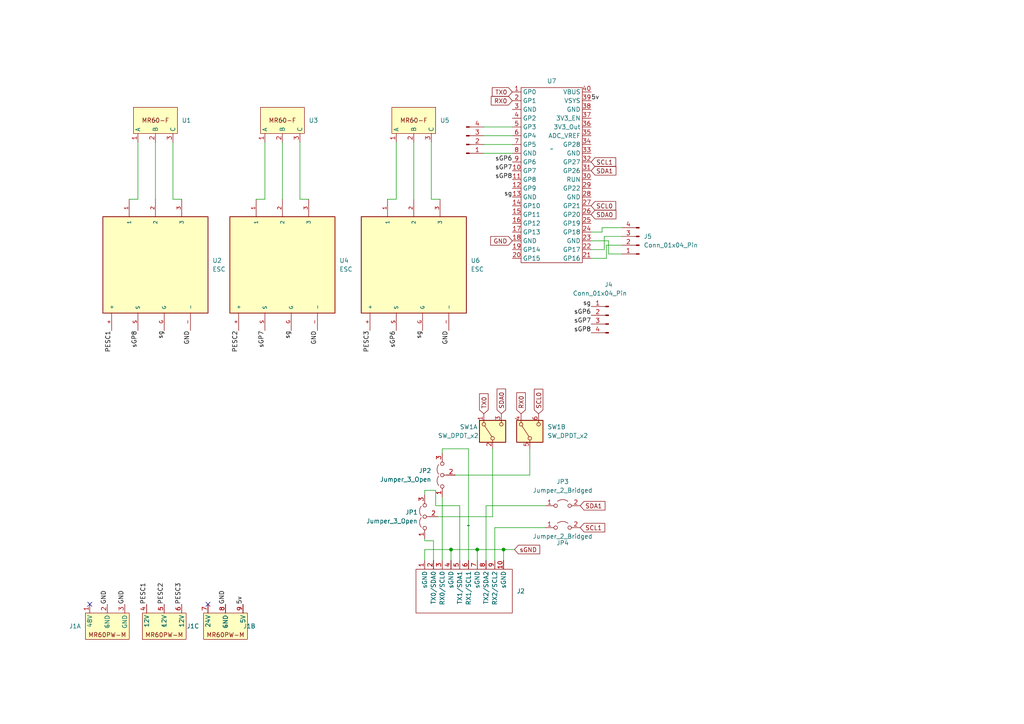
<source format=kicad_sch>
(kicad_sch (version 20230121) (generator eeschema)
  (paper "A4")
  (lib_symbols
    (symbol "2024-backplane:Backplane_Card_Edge"
      (property "Reference" "J" (at -10.16 -15.24 0))
      (symbol "Backplane_Card_Edge_0_1"
        (rectangle (start -12.7 0) (end 15.24 -12.7))
      )
      (symbol "Backplane_Card_Edge_1_1"
        (pin bidirectional line (at -10.16 2.54 270) (length 2.54) (name "sGND") (number "1"))
        (pin bidirectional line (at 12.7 2.54 270) (length 2.54) (name "sGND") (number "10"))
        (pin bidirectional line (at -7.62 2.54 270) (length 2.54) (name "TX0/SDA0") (number "2"))
        (pin bidirectional line (at -5.08 2.54 270) (length 2.54) (name "RX0/SCL0") (number "3"))
        (pin bidirectional line (at -2.54 2.54 270) (length 2.54) (name "sGND") (number "4"))
        (pin bidirectional line (at 0 2.54 270) (length 2.54) (name "TX1/SDA1") (number "5"))
        (pin bidirectional line (at 2.54 2.54 270) (length 2.54) (name "RX1/SCL1") (number "6"))
        (pin bidirectional line (at 5.08 2.54 270) (length 2.54) (name "sGND") (number "7"))
        (pin bidirectional line (at 7.62 2.54 270) (length 2.54) (name "TX2/SDA2") (number "8"))
        (pin bidirectional line (at 10.16 2.54 270) (length 2.54) (name "RX2/SCL2") (number "9"))
      )
    )
    (symbol "2024-backplane:MR60-F"
      (property "Reference" "U" (at -3.81 11.43 0))
      (symbol "MR60-F_1_1"
        (rectangle (start -10.16 10.16) (end 2.54 2.54) (fill (type background)))
        (text "MR60-F\n" (at -3.81 6.35 0) (effects (font (size 1.27 1.27))))
        (pin bidirectional line (at -8.89 0 90) (length 2.54) (name "A") (number "1"))
        (pin bidirectional line (at -3.81 0 90) (length 2.54) (name "B") (number "2"))
        (pin bidirectional line (at 1.27 0 90) (length 2.54) (name "C") (number "3"))
      )
    )
    (symbol "2024-backplane:MR60PW-M_X3"
      (property "Reference" "J" (at -3.81 11.43 0))
      (symbol "MR60PW-M_X3_1_1"
        (rectangle (start -10.16 10.16) (end 2.54 2.54) (fill (type background)))
        (text "MR60PW-M\n" (at -3.81 8.89 0) (effects (font (size 1.27 1.27))))
        (pin bidirectional line (at -8.89 0 90) (length 2.54) (name "48V") (number "1"))
        (pin bidirectional line (at -3.81 0 90) (length 2.54) (name "GND") (number "2"))
        (pin bidirectional line (at 1.27 0 90) (length 2.54) (name "GND") (number "3"))
      )
      (symbol "MR60PW-M_X3_2_1"
        (rectangle (start -10.16 10.16) (end 2.54 2.54) (fill (type background)))
        (text "MR60PW-M\n" (at -3.81 8.89 0) (effects (font (size 1.27 1.27))))
        (pin bidirectional line (at -8.89 0 90) (length 2.54) (name "12V") (number "4"))
        (pin bidirectional line (at -3.81 0 90) (length 2.54) (name "12V") (number "5"))
        (pin bidirectional line (at 1.27 0 90) (length 2.54) (name "12V") (number "6"))
      )
      (symbol "MR60PW-M_X3_3_1"
        (rectangle (start -10.16 10.16) (end 2.54 2.54) (fill (type background)))
        (text "MR60PW-M\n" (at -3.81 8.89 0) (effects (font (size 1.27 1.27))))
        (pin bidirectional line (at -8.89 0 90) (length 2.54) (name "24V") (number "7"))
        (pin bidirectional line (at -3.81 0 90) (length 2.54) (name "GND") (number "8"))
        (pin bidirectional line (at 1.27 0 90) (length 2.54) (name "5V") (number "9"))
      )
    )
    (symbol "Connector:Conn_01x04_Pin" (pin_names (offset 1.016) hide)
      (property "Reference" "J" (at 0 5.08 0))
      (property "Value" "Conn_01x04_Pin" (at 0 -7.62 0))
      (symbol "Conn_01x04_Pin_1_1"
        (polyline (pts (xy 1.27 -5.08) (xy 0.8636 -5.08)) (stroke (width 0.1524)))
        (polyline (pts (xy 1.27 -2.54) (xy 0.8636 -2.54)) (stroke (width 0.1524)))
        (polyline (pts (xy 1.27 0) (xy 0.8636 0)) (stroke (width 0.1524)))
        (polyline (pts (xy 1.27 2.54) (xy 0.8636 2.54)) (stroke (width 0.1524)))
        (rectangle (start 0.8636 -4.953) (end 0 -5.207) (stroke (width 0.1524)) (fill (type outline)))
        (rectangle (start 0.8636 -2.413) (end 0 -2.667) (stroke (width 0.1524)) (fill (type outline)))
        (rectangle (start 0.8636 0.127) (end 0 -0.127) (stroke (width 0.1524)) (fill (type outline)))
        (rectangle (start 0.8636 2.667) (end 0 2.413) (stroke (width 0.1524)) (fill (type outline)))
        (pin passive line (at 5.08 2.54 180) (length 3.81) (name "Pin_1") (number "1"))
        (pin passive line (at 5.08 0 180) (length 3.81) (name "Pin_2") (number "2"))
        (pin passive line (at 5.08 -2.54 180) (length 3.81) (name "Pin_3") (number "3"))
        (pin passive line (at 5.08 -5.08 180) (length 3.81) (name "Pin_4") (number "4"))
      )
    )
    (symbol "ESC:ESC" (pin_names (offset 1.016))
      (property "Reference" "U" (at 15.24 31.75 0))
      (property "Value" "ESC" (at 7.62 -2.54 0))
      (symbol "ESC_0_0"
        (rectangle (start 0 0) (end 27.94 30.48) (stroke (width 0.254)) (fill (type background)))
        (pin bidirectional line (at -5.08 27.94 0) (length 5.08) (name "+") (number "+"))
        (pin bidirectional line (at -5.08 5.08 0) (length 5.08) (name "-") (number "-"))
        (pin bidirectional line (at 33.02 22.86 180) (length 5.08) (name "1") (number "1"))
        (pin bidirectional line (at 33.02 15.24 180) (length 5.08) (name "2") (number "2"))
        (pin bidirectional line (at 33.02 7.62 180) (length 5.08) (name "3") (number "3"))
        (pin bidirectional line (at -5.08 12.7 0) (length 5.08) (name "G") (number "G"))
        (pin bidirectional line (at -5.08 20.32 0) (length 5.08) (name "S") (number "S"))
      )
    )
    (symbol "ESC_1" (pin_names (offset 1.016))
      (property "Reference" "U" (at 0 0 0))
      (property "Value" "ESC" (at 0 0 0))
      (symbol "ESC_1_0_0"
        (rectangle (start 0 0) (end 27.94 30.48) (stroke (width 0.254)) (fill (type background)))
        (pin bidirectional line (at -5.08 27.94 0) (length 5.08) (name "+") (number "+"))
        (pin bidirectional line (at -5.08 5.08 0) (length 5.08) (name "-") (number "-"))
        (pin bidirectional line (at 33.02 22.86 180) (length 5.08) (name "1") (number "1"))
        (pin bidirectional line (at 33.02 15.24 180) (length 5.08) (name "2") (number "2"))
        (pin bidirectional line (at 33.02 7.62 180) (length 5.08) (name "3") (number "3"))
        (pin bidirectional line (at -5.08 12.7 0) (length 5.08) (name "G") (number "G"))
        (pin bidirectional line (at -5.08 20.32 0) (length 5.08) (name "S") (number "S"))
      )
    )
    (symbol "Jumper:Jumper_2_Open" (pin_names (offset 0) hide)
      (property "Reference" "JP" (at 0 2.794 0))
      (property "Value" "Jumper_2_Open" (at 0 -2.286 0))
      (symbol "Jumper_2_Open_0_0"
        (circle (center -2.032 0) (radius 0.508))
        (circle (center 2.032 0) (radius 0.508))
      )
      (symbol "Jumper_2_Open_0_1"
        (arc (start 1.524 1.27) (mid 0 1.778) (end -1.524 1.27))
      )
      (symbol "Jumper_2_Open_1_1"
        (pin passive line (at -5.08 0 0) (length 2.54) (name "A") (number "1"))
        (pin passive line (at 5.08 0 180) (length 2.54) (name "B") (number "2"))
      )
    )
    (symbol "Jumper:Jumper_3_Open" (pin_names (offset 0) hide)
      (property "Reference" "JP" (at -2.54 -2.54 0))
      (property "Value" "Jumper_3_Open" (at 0 2.794 0))
      (symbol "Jumper_3_Open_0_0"
        (circle (center -3.302 0) (radius 0.508))
        (circle (center 0 0) (radius 0.508))
        (circle (center 3.302 0) (radius 0.508))
      )
      (symbol "Jumper_3_Open_0_1"
        (arc (start -0.254 1.016) (mid -1.651 1.4992) (end -3.048 1.016))
        (polyline (pts (xy 0 -0.508) (xy 0 -1.27)))
        (arc (start 3.048 1.016) (mid 1.651 1.4992) (end 0.254 1.016))
      )
      (symbol "Jumper_3_Open_1_1"
        (pin passive line (at -6.35 0 0) (length 2.54) (name "A") (number "1"))
        (pin passive line (at 0 -3.81 90) (length 2.54) (name "C") (number "2"))
        (pin passive line (at 6.35 0 180) (length 2.54) (name "B") (number "3"))
      )
    )
    (symbol "Kelpie_Library:Raspberry-Pi-Pico"
      (property "Reference" "U" (at 0 19.05 0))
      (symbol "Raspberry-Pi-Pico_0_1"
        (rectangle (start -8.89 17.78) (end 8.89 -33.02))
      )
      (symbol "Raspberry-Pi-Pico_1_1"
        (pin bidirectional line (at -11.43 16.51 0) (length 2.54) (name "GP0") (number "1"))
        (pin bidirectional line (at -11.43 -6.35 0) (length 2.54) (name "GP7") (number "10"))
        (pin bidirectional line (at -11.43 -8.89 0) (length 2.54) (name "GP8") (number "11"))
        (pin bidirectional line (at -11.43 -11.43 0) (length 2.54) (name "GP9") (number "12"))
        (pin power_in line (at -11.43 -13.97 0) (length 2.54) (name "GND") (number "13"))
        (pin bidirectional line (at -11.43 -16.51 0) (length 2.54) (name "GP10") (number "14"))
        (pin bidirectional line (at -11.43 -19.05 0) (length 2.54) (name "GP11") (number "15"))
        (pin bidirectional line (at -11.43 -21.59 0) (length 2.54) (name "GP12") (number "16"))
        (pin bidirectional line (at -11.43 -24.13 0) (length 2.54) (name "GP13") (number "17"))
        (pin power_in line (at -11.43 -26.67 0) (length 2.54) (name "GND") (number "18"))
        (pin bidirectional line (at -11.43 -29.21 0) (length 2.54) (name "GP14") (number "19"))
        (pin bidirectional line (at -11.43 13.97 0) (length 2.54) (name "GP1") (number "2"))
        (pin bidirectional line (at -11.43 -31.75 0) (length 2.54) (name "GP15") (number "20"))
        (pin bidirectional line (at 11.43 -31.75 180) (length 2.54) (name "GP16") (number "21"))
        (pin bidirectional line (at 11.43 -29.21 180) (length 2.54) (name "GP17") (number "22"))
        (pin power_in line (at 11.43 -26.67 180) (length 2.54) (name "GND") (number "23"))
        (pin bidirectional line (at 11.43 -24.13 180) (length 2.54) (name "GP18") (number "24"))
        (pin bidirectional line (at 11.43 -21.59 180) (length 2.54) (name "GP19") (number "25"))
        (pin bidirectional line (at 11.43 -19.05 180) (length 2.54) (name "GP20") (number "26"))
        (pin bidirectional line (at 11.43 -16.51 180) (length 2.54) (name "GP21") (number "27"))
        (pin power_in line (at 11.43 -13.97 180) (length 2.54) (name "GND") (number "28"))
        (pin bidirectional line (at 11.43 -11.43 180) (length 2.54) (name "GP22") (number "29"))
        (pin power_in line (at -11.43 11.43 0) (length 2.54) (name "GND") (number "3"))
        (pin input line (at 11.43 -8.89 180) (length 2.54) (name "RUN") (number "30"))
        (pin bidirectional line (at 11.43 -6.35 180) (length 2.54) (name "GP26") (number "31"))
        (pin bidirectional line (at 11.43 -3.81 180) (length 2.54) (name "GP27") (number "32"))
        (pin power_in line (at 11.43 -1.27 180) (length 2.54) (name "GND") (number "33"))
        (pin bidirectional line (at 11.43 1.27 180) (length 2.54) (name "GP28") (number "34"))
        (pin input line (at 11.43 3.81 180) (length 2.54) (name "ADC_VREF") (number "35"))
        (pin power_out line (at 11.43 6.35 180) (length 2.54) (name "3V3_Out") (number "36"))
        (pin input line (at 11.43 8.89 180) (length 2.54) (name "3V3_EN") (number "37"))
        (pin power_in line (at 11.43 11.43 180) (length 2.54) (name "GND") (number "38"))
        (pin power_in line (at 11.43 13.97 180) (length 2.54) (name "VSYS") (number "39"))
        (pin bidirectional line (at -11.43 8.89 0) (length 2.54) (name "GP2") (number "4"))
        (pin power_in line (at 11.43 16.51 180) (length 2.54) (name "VBUS") (number "40"))
        (pin bidirectional line (at -11.43 6.35 0) (length 2.54) (name "GP3") (number "5"))
        (pin bidirectional line (at -11.43 3.81 0) (length 2.54) (name "GP4") (number "6"))
        (pin bidirectional line (at -11.43 1.27 0) (length 2.54) (name "GP5") (number "7"))
        (pin power_in line (at -11.43 -1.27 0) (length 2.54) (name "GND") (number "8"))
        (pin bidirectional line (at -11.43 -3.81 0) (length 2.54) (name "GP6") (number "9"))
      )
    )
    (symbol "Switch:SW_DPDT_x2" (pin_names (offset 0) hide)
      (property "Reference" "SW" (at 0 5.08 0))
      (property "Value" "SW_DPDT_x2" (at 0 -5.08 0))
      (symbol "SW_DPDT_x2_0_0"
        (circle (center -2.032 0) (radius 0.508))
        (circle (center 2.032 -2.54) (radius 0.508))
      )
      (symbol "SW_DPDT_x2_0_1"
        (rectangle (start -3.175 3.81) (end 3.175 -3.81) (stroke (width 0.254)) (fill (type background)))
        (polyline (pts (xy -1.524 0.254) (xy 1.5748 2.286)))
        (circle (center 2.032 2.54) (radius 0.508))
      )
      (symbol "SW_DPDT_x2_1_1"
        (pin passive line (at 5.08 2.54 180) (length 2.54) (name "A") (number "1"))
        (pin passive line (at -5.08 0 0) (length 2.54) (name "B") (number "2"))
        (pin passive line (at 5.08 -2.54 180) (length 2.54) (name "C") (number "3"))
      )
      (symbol "SW_DPDT_x2_2_1"
        (pin passive line (at 5.08 2.54 180) (length 2.54) (name "A") (number "4"))
        (pin passive line (at -5.08 0 0) (length 2.54) (name "B") (number "5"))
        (pin passive line (at 5.08 -2.54 180) (length 2.54) (name "C") (number "6"))
      )
    )
  )
  (junction (at 138.43 159.385))
  (junction (at 146.05 159.385))
  (junction (at 130.81 159.385))
  (no_connect (at 26.035 175.26))
  (no_connect (at 60.325 175.26))
  (wire (pts (xy 140.335 41.91) (xy 148.59 41.91)))
  (wire (pts (xy 45.085 41.275) (xy 45.085 57.785)))
  (wire (pts (xy 123.19 156.21) (xy 123.19 156.845)))
  (wire (pts (xy 120.015 41.275) (xy 120.015 57.785)))
  (wire (pts (xy 175.26 68.58) (xy 180.34 68.58)))
  (wire (pts (xy 40.005 57.785) (xy 37.465 57.785)))
  (wire (pts (xy 133.35 146.685) (xy 133.35 162.56)))
  (wire (pts (xy 176.53 69.85) (xy 176.53 73.66)))
  (wire (pts (xy 171.45 69.85) (xy 176.53 69.85)))
  (wire (pts (xy 140.97 146.685) (xy 158.115 146.685)))
  (wire (pts (xy 140.335 36.83) (xy 148.59 36.83)))
  (wire (pts (xy 76.835 57.785) (xy 76.835 41.275)))
  (wire (pts (xy 153.67 137.795) (xy 132.08 137.795)))
  (wire (pts (xy 143.51 162.56) (xy 143.51 153.035)))
  (wire (pts (xy 50.165 41.275) (xy 50.165 57.785)))
  (wire (pts (xy 140.335 39.37) (xy 148.59 39.37)))
  (wire (pts (xy 130.81 159.385) (xy 130.81 162.56)))
  (wire (pts (xy 130.81 159.385) (xy 138.43 159.385)))
  (wire (pts (xy 123.19 142.24) (xy 126.365 142.24)))
  (wire (pts (xy 40.005 41.275) (xy 40.005 57.785)))
  (wire (pts (xy 123.19 159.385) (xy 130.81 159.385)))
  (wire (pts (xy 81.915 57.785) (xy 81.915 41.275)))
  (wire (pts (xy 171.45 72.39) (xy 175.26 72.39)))
  (wire (pts (xy 171.45 74.93) (xy 175.895 74.93)))
  (wire (pts (xy 176.53 73.66) (xy 180.34 73.66)))
  (wire (pts (xy 50.165 57.785) (xy 52.705 57.785)))
  (wire (pts (xy 126.365 142.24) (xy 126.365 146.685)))
  (wire (pts (xy 86.995 57.785) (xy 86.995 41.275)))
  (wire (pts (xy 74.295 57.785) (xy 76.835 57.785)))
  (wire (pts (xy 125.095 57.785) (xy 125.095 41.275)))
  (wire (pts (xy 175.26 72.39) (xy 175.26 68.58)))
  (wire (pts (xy 143.51 153.035) (xy 158.115 153.035)))
  (wire (pts (xy 142.875 149.86) (xy 127 149.86)))
  (wire (pts (xy 125.73 156.845) (xy 125.73 162.56)))
  (wire (pts (xy 126.365 146.685) (xy 133.35 146.685)))
  (wire (pts (xy 128.27 131.445) (xy 128.27 130.175)))
  (wire (pts (xy 171.45 67.31) (xy 174.625 67.31)))
  (wire (pts (xy 174.625 66.04) (xy 180.34 66.04)))
  (wire (pts (xy 175.895 71.12) (xy 180.34 71.12)))
  (wire (pts (xy 127.635 57.785) (xy 125.095 57.785)))
  (wire (pts (xy 140.97 162.56) (xy 140.97 146.685)))
  (wire (pts (xy 138.43 159.385) (xy 138.43 162.56)))
  (wire (pts (xy 175.895 74.93) (xy 175.895 71.12)))
  (wire (pts (xy 135.89 130.175) (xy 135.89 162.56)))
  (wire (pts (xy 138.43 159.385) (xy 146.05 159.385)))
  (wire (pts (xy 89.535 57.785) (xy 86.995 57.785)))
  (wire (pts (xy 128.27 130.175) (xy 135.89 130.175)))
  (wire (pts (xy 123.19 162.56) (xy 123.19 159.385)))
  (wire (pts (xy 140.335 44.45) (xy 148.59 44.45)))
  (wire (pts (xy 123.19 143.51) (xy 123.19 142.24)))
  (wire (pts (xy 153.67 130.175) (xy 153.67 137.795)))
  (wire (pts (xy 142.875 130.175) (xy 142.875 149.86)))
  (wire (pts (xy 146.05 159.385) (xy 146.05 162.56)))
  (wire (pts (xy 123.19 156.845) (xy 125.73 156.845)))
  (wire (pts (xy 128.27 144.145) (xy 128.27 162.56)))
  (wire (pts (xy 146.05 159.385) (xy 149.225 159.385)))
  (wire (pts (xy 112.395 57.785) (xy 114.935 57.785)))
  (wire (pts (xy 114.935 57.785) (xy 114.935 41.275)))
  (wire (pts (xy 174.625 67.31) (xy 174.625 66.04)))
  (label "5v" (at 171.45 29.21 0))
  (label "PESC1" (at 42.545 175.26 90))
  (label "sg" (at 122.555 95.885 270))
  (label "GND" (at 92.075 95.885 270))
  (label "sGP6" (at 171.45 91.44 180))
  (label "GND" (at 31.115 175.26 90))
  (label "PESC2" (at 69.215 95.885 270))
  (label "PESC1" (at 32.385 95.885 270))
  (label "PESC3" (at 52.705 175.26 90))
  (label "GND" (at 55.245 95.885 270))
  (label "sg" (at 171.45 88.9 180))
  (label "5v" (at 70.485 175.26 90))
  (label "PESC3" (at 107.315 95.885 270))
  (label "GND" (at 36.195 175.26 90))
  (label "sGP8" (at 40.005 95.885 270))
  (label "sGP8" (at 171.45 96.52 180))
  (label "sGP7" (at 148.59 49.53 180))
  (label "sGP7" (at 76.835 95.885 270))
  (label "sg" (at 84.455 95.885 270))
  (label "sGP6" (at 148.59 46.99 180))
  (label "sGP8" (at 148.59 52.07 180))
  (label "sg" (at 148.59 57.15 180))
  (label "sGP7" (at 171.45 93.98 180))
  (label "GND" (at 65.405 175.26 90))
  (label "GND" (at 130.175 95.885 270))
  (label "sg" (at 47.625 95.885 270))
  (label "PESC2" (at 47.625 175.26 90))
  (label "sGP6" (at 114.935 95.885 270))
  (global_label "SDA0" (shape input) (at 145.415 120.015 90) (property "Intersheetrefs" "${INTERSHEET_REFS}" (effects hide)))
  (global_label "sGND" (shape input) (at 149.225 159.385 0) (property "Intersheetrefs" "${INTERSHEET_REFS}" (effects hide)))
  (global_label "GND" (shape input) (at 148.59 69.85 180) (property "Intersheetrefs" "${INTERSHEET_REFS}" (effects hide)))
  (global_label "TX0" (shape input) (at 140.335 120.015 90) (property "Intersheetrefs" "${INTERSHEET_REFS}" (effects hide)))
  (global_label "SCL0" (shape input) (at 171.45 59.69 0) (property "Intersheetrefs" "${INTERSHEET_REFS}" (effects hide)))
  (global_label "TX0" (shape input) (at 148.59 26.67 180) (property "Intersheetrefs" "${INTERSHEET_REFS}" (effects hide)))
  (global_label "SDA1" (shape input) (at 168.275 146.685 0) (property "Intersheetrefs" "${INTERSHEET_REFS}" (effects hide)))
  (global_label "SDA1" (shape input) (at 171.45 49.53 0) (property "Intersheetrefs" "${INTERSHEET_REFS}" (effects hide)))
  (global_label "RX0" (shape input) (at 151.13 120.015 90) (property "Intersheetrefs" "${INTERSHEET_REFS}" (effects hide)))
  (global_label "SCL0" (shape input) (at 156.21 120.015 90) (property "Intersheetrefs" "${INTERSHEET_REFS}" (effects hide)))
  (global_label "SCL1" (shape input) (at 171.45 46.99 0) (property "Intersheetrefs" "${INTERSHEET_REFS}" (effects hide)))
  (global_label "SCL1" (shape input) (at 168.275 153.035 0) (property "Intersheetrefs" "${INTERSHEET_REFS}" (effects hide)))
  (global_label "SDA0" (shape input) (at 171.45 62.23 0) (property "Intersheetrefs" "${INTERSHEET_REFS}" (effects hide)))
  (global_label "RX0" (shape input) (at 148.59 29.21 180) (property "Intersheetrefs" "${INTERSHEET_REFS}" (effects hide)))
  (symbol (lib_id "ESC:ESC") (at 97.155 90.805 90) (unit 1)
    (property "Reference" "U4" (at 98.425 75.565 90) (effects (justify right)))
    (property "Value" "ESC" (at 98.425 78.105 90) (effects (justify right)))
    (property "Footprint" "ESC-carrier:ESC" (effects hide))
  )
  (symbol (lib_id "Connector:Conn_01x04_Pin") (at 185.42 71.12 180) (unit 1)
    (property "Reference" "J5" (at 186.69 68.58 0) (effects (justify right)))
    (property "Value" "Conn_01x04_Pin" (at 186.69 71.12 0) (effects (justify right)))
    (property "Footprint" "Connector_PinHeader_2.54mm:PinHeader_1x04_P2.54mm_Horizontal" (effects hide))
  )
  (symbol (lib_id "Jumper:Jumper_2_Open") (at 163.195 146.685 0) (unit 1)
    (property "Reference" "JP3" (at 163.195 139.7 0))
    (property "Value" "Jumper_2_Bridged" (at 163.195 142.24 0))
    (property "Footprint" "Jumper:SolderJumper-2_P1.3mm_Open_RoundedPad1.0x1.5mm" (effects hide))
  )
  (symbol (lib_id "2024-backplane:MR60-F") (at 85.725 41.275 0) (unit 1)
    (property "Reference" "U3" (at 89.535 34.925 0) (effects (justify left)))
    (property "Value" "~" (at 81.915 34.925 0))
  )
  (symbol (lib_id "2024-backplane:MR60PW-M_X3") (at 34.925 175.26 0) (mirror x) (unit 1)
    (property "Reference" "J1" (at 23.495 181.61 0) (effects (justify right)))
    (property "Value" "~" (at 31.115 181.61 0))
    (property "Footprint" "2024-backplane:MR60PW-M_X3" (effects hide))
    (property "Datasheet" "https://www.tme.com/Document/fd4b3517709a946d7b01cf4810656931/MR60PW-M.pdf" (effects hide))
  )
  (symbol (lib_id "2024-backplane:MR60-F") (at 48.895 41.275 0) (unit 1)
    (property "Reference" "U1" (at 52.705 34.925 0) (effects (justify left)))
    (property "Value" "~" (at 45.085 34.925 0))
  )
  (symbol (lib_id "2024-backplane:MR60-F") (at 123.825 41.275 0) (unit 1)
    (property "Reference" "U5" (at 127.635 34.925 0) (effects (justify left)))
    (property "Value" "~" (at 120.015 34.925 0))
  )
  (symbol (lib_id "Jumper:Jumper_3_Open") (at 128.27 137.795 90) (unit 1)
    (property "Reference" "JP2" (at 125.095 136.525 90) (effects (justify left)))
    (property "Value" "Jumper_3_Open" (at 125.095 139.065 90) (effects (justify left)))
    (property "Footprint" "Jumper:SolderJumper-3_P1.3mm_Open_RoundedPad1.0x1.5mm" (effects hide))
  )
  (symbol (lib_name "ESC_1") (lib_id "ESC:ESC") (at 60.325 90.805 90) (unit 1)
    (property "Reference" "U2" (at 61.595 75.565 90) (effects (justify right)))
    (property "Value" "ESC" (at 61.595 78.105 90) (effects (justify right)))
    (property "Footprint" "ESC-carrier:ESC" (effects hide))
  )
  (symbol (lib_id "2024-backplane:MR60PW-M_X3") (at 69.215 175.26 0) (mirror x) (unit 3)
    (property "Reference" "J1" (at 57.785 181.61 0) (effects (justify right)))
    (property "Value" "~" (at 65.405 181.61 0))
    (property "Footprint" "2024-backplane:MR60PW-M_X3" (effects hide))
    (property "Datasheet" "https://www.tme.com/Document/fd4b3517709a946d7b01cf4810656931/MR60PW-M.pdf" (effects hide))
  )
  (symbol (lib_id "Jumper:Jumper_3_Open") (at 123.19 149.86 90) (unit 1)
    (property "Reference" "JP1" (at 119.38 148.59 90))
    (property "Value" "Jumper_3_Open" (at 113.665 151.13 90))
    (property "Footprint" "Jumper:SolderJumper-3_P1.3mm_Open_RoundedPad1.0x1.5mm" (effects hide))
  )
  (symbol (lib_id "Connector:Conn_01x04_Pin") (at 135.255 41.91 0) (mirror x) (unit 1)
    (property "Reference" "J3" (effects hide))
    (property "Value" "Conn_01x04_Pin" (effects hide))
    (property "Footprint" "Connector_PinHeader_2.54mm:PinHeader_1x04_P2.54mm_Horizontal" (effects hide))
  )
  (symbol (lib_id "Kelpie_Library:Raspberry-Pi-Pico") (at 160.02 43.18 0) (unit 1)
    (property "Reference" "U7" (at 160.02 23.495 0))
    (property "Value" "~" (at 160.02 43.18 0))
    (property "Footprint" "Kelpie_Default:ESP32-S3-Pico" (effects hide))
  )
  (symbol (lib_id "2024-backplane:Backplane_Card_Edge") (at 133.35 165.1 0) (unit 1)
    (property "Reference" "J2" (at 149.86 171.45 0) (effects (justify left)))
    (property "Value" "~" (at 135.89 152.4 0))
    (property "Footprint" "2024-backplane:CardEdge_2x10" (effects hide))
  )
  (symbol (lib_id "Connector:Conn_01x04_Pin") (at 176.53 91.44 0) (mirror y) (unit 1)
    (property "Reference" "J4" (at 176.53 82.55 0))
    (property "Value" "Conn_01x04_Pin" (at 173.99 85.09 0))
    (property "Footprint" "Connector_PinHeader_2.54mm:PinHeader_1x04_P2.54mm_Horizontal" (effects hide))
  )
  (symbol (lib_id "2024-backplane:MR60PW-M_X3") (at 51.435 175.26 0) (mirror x) (unit 2)
    (property "Reference" "J1" (at 70.485 181.61 0) (effects (justify left)))
    (property "Value" "~" (at 47.625 181.61 0))
    (property "Footprint" "2024-backplane:MR60PW-M_X3" (effects hide))
    (property "Datasheet" "https://www.tme.com/Document/fd4b3517709a946d7b01cf4810656931/MR60PW-M.pdf" (effects hide))
  )
  (symbol (lib_id "Switch:SW_DPDT_x2") (at 153.67 125.095 90) (unit 2)
    (property "Reference" "SW1" (at 158.75 123.825 90) (effects (justify right)))
    (property "Value" "SW_DPDT_x2" (at 158.75 126.365 90) (effects (justify right)))
    (property "Footprint" "Kelpie_Default:CUI-Switch-SMD" (effects hide))
  )
  (symbol (lib_id "ESC:ESC") (at 135.255 90.805 90) (unit 1)
    (property "Reference" "U6" (at 136.525 75.565 90) (effects (justify right)))
    (property "Value" "ESC" (at 136.525 78.105 90) (effects (justify right)))
    (property "Footprint" "ESC-carrier:ESC" (effects hide))
  )
  (symbol (lib_id "Switch:SW_DPDT_x2") (at 142.875 125.095 90) (unit 1)
    (property "Reference" "SW1" (at 133.35 123.825 90) (effects (justify right)))
    (property "Value" "SW_DPDT_x2" (at 127 126.365 90) (effects (justify right)))
    (property "Footprint" "Kelpie_Default:CUI-Switch-SMD" (effects hide))
  )
  (symbol (lib_id "Jumper:Jumper_2_Open") (at 163.195 153.035 0) (unit 1)
    (property "Reference" "JP4" (at 163.195 157.48 0))
    (property "Value" "Jumper_2_Bridged" (at 163.195 155.575 0))
    (property "Footprint" "Jumper:SolderJumper-2_P1.3mm_Open_RoundedPad1.0x1.5mm" (effects hide))
  )
)
</source>
